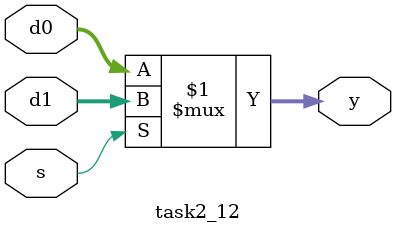
<source format=v>
module task2_12(
    input [3:0] d0,d1,
    input s,
    output [3:0] y
);

assign y = s ? d1 : d0;
endmodule
</source>
